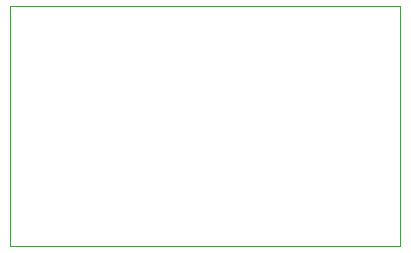
<source format=gbr>
G04 #@! TF.FileFunction,Profile,NP*
%FSLAX46Y46*%
G04 Gerber Fmt 4.6, Leading zero omitted, Abs format (unit mm)*
G04 Created by KiCad (PCBNEW 4.1.0-alpha+201607051515+6967~46~ubuntu16.04.1-product) date Wed Jul  6 09:46:09 2016*
%MOMM*%
%LPD*%
G01*
G04 APERTURE LIST*
%ADD10C,0.100000*%
G04 APERTURE END LIST*
D10*
X137795000Y-107950000D02*
X137795000Y-128270000D01*
X170815000Y-107950000D02*
X137795000Y-107950000D01*
X170815000Y-128270000D02*
X170815000Y-107950000D01*
X137795000Y-128270000D02*
X170815000Y-128270000D01*
M02*

</source>
